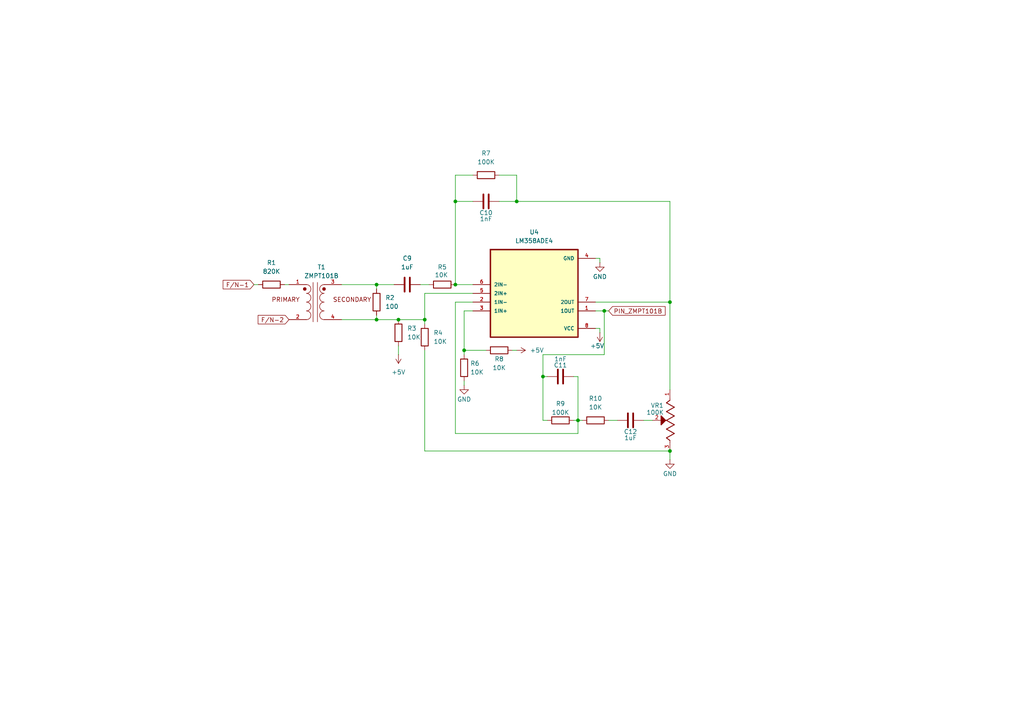
<source format=kicad_sch>
(kicad_sch (version 20231120) (generator "eeschema") (generator_version "8.0")
  (paper "A4")
  (title_block (title "Power Manegement") (date "11/01/2025") (comment 1 "Sensor de Tensão") (comment 2 "Trabalho de UPX - 5") (comment 3 "5° Semestre - Engenharia da Computação") (comment 4 "Feito por Kaique Vecchia Alves e Nathalia Atamanchuk"))
  (lib_symbols
    (symbol "3296W-OT1-103LF:3296W-OT1-103LF" (pin_names (offset 1.016))
      (property "Reference" "VR" (at -5.0871 10.1742 0))
      (property "Value" "3296W-OT1-103LF" (at -5.0926 -5.0926 0))
      (symbol "3296W-OT1-103LF_0_0"
        (polyline (pts (xy -6.35 0) (xy -5.842 0)) (stroke (width 0.1524)))
        (polyline (pts (xy -5.842 0) (xy -5.08 1.016)) (stroke (width 0.254)))
        (polyline (pts (xy -5.08 1.016) (xy -3.81 -1.27)) (stroke (width 0.254)))
        (polyline (pts (xy -3.81 -1.27) (xy -2.54 1.016)) (stroke (width 0.254)))
        (polyline (pts (xy -2.54 1.016) (xy -1.27 -1.27)) (stroke (width 0.254)))
        (polyline (pts (xy -1.27 -1.27) (xy 0 1.016)) (stroke (width 0.254)))
        (polyline (pts (xy -1.27 2.54) (xy 1.27 2.54)) (stroke (width 0.254)))
        (polyline (pts (xy 0 1.016) (xy 1.27 -1.27)) (stroke (width 0.254)))
        (polyline (pts (xy 0 1.27) (xy -1.27 2.54)) (stroke (width 0.254)))
        (polyline (pts (xy 1.27 -1.27) (xy 2.54 1.016)) (stroke (width 0.254)))
        (polyline (pts (xy 1.27 2.54) (xy 0 1.27)) (stroke (width 0.254)))
        (polyline (pts (xy 2.54 1.016) (xy 3.81 -1.27)) (stroke (width 0.254)))
        (polyline (pts (xy 3.81 -1.27) (xy 5.08 1.016)) (stroke (width 0.254)))
        (polyline (pts (xy 5.842 0) (xy 5.08 1.016)) (stroke (width 0.254)))
        (polyline (pts (xy 5.842 0) (xy 6.35 0)) (stroke (width 0.1524)))
        (polyline (pts (xy -1.27 2.54) (xy 1.27 2.54) (xy 0 1.27) (xy -1.27 2.54)) (stroke (width 0.254)) (fill (type outline)))
        (pin passive line (at -8.89 0 0) (length 2.54) (name "~") (number "1"))
        (pin passive line (at 0 5.08 270) (length 2.54) (name "~") (number "2"))
        (pin passive line (at 8.89 0 180) (length 2.54) (name "~") (number "3"))
      )
    )
    (symbol "Device:C" (pin_numbers hide) (pin_names (offset 0.254))
      (property "Reference" "C" (at 0.635 2.54 0))
      (property "Value" "C" (at 0.635 -2.54 0))
      (symbol "C_0_1"
        (polyline (pts (xy -2.032 -0.762) (xy 2.032 -0.762)) (stroke (width 0.508)))
        (polyline (pts (xy -2.032 0.762) (xy 2.032 0.762)) (stroke (width 0.508)))
      )
      (symbol "C_1_1"
        (pin passive line (at 0 3.81 270) (length 2.794) (name "~") (number "1"))
        (pin passive line (at 0 -3.81 90) (length 2.794) (name "~") (number "2"))
      )
    )
    (symbol "Device:R" (pin_numbers hide) (pin_names (offset 0))
      (property "Reference" "R" (at 2.032 0 90))
      (property "Value" "R" (at 0 0 90))
      (symbol "R_0_1"
        (rectangle (start -1.016 -2.54) (end 1.016 2.54) (stroke (width 0.254)))
      )
      (symbol "R_1_1"
        (pin passive line (at 0 3.81 270) (length 1.27) (name "~") (number "1"))
        (pin passive line (at 0 -3.81 90) (length 1.27) (name "~") (number "2"))
      )
    )
    (symbol "LM358ADE4:LM358ADE4" (pin_names (offset 1.016))
      (property "Reference" "U" (at -12.7 13.7 0))
      (property "Value" "LM358ADE4" (at -12.7 -16.7 0))
      (symbol "LM358ADE4_0_0"
        (rectangle (start -12.7 -12.7) (end 12.7 12.7) (stroke (width 0.41)) (fill (type background)))
        (pin output line (at 17.78 5.08 180) (length 5.08) (name "1OUT") (number "1"))
        (pin input line (at -17.78 2.54 0) (length 5.08) (name "1IN-") (number "2"))
        (pin input line (at -17.78 5.08 0) (length 5.08) (name "1IN+") (number "3"))
        (pin power_in line (at 17.78 -10.16 180) (length 5.08) (name "GND") (number "4"))
        (pin input line (at -17.78 0 0) (length 5.08) (name "2IN+") (number "5"))
        (pin input line (at -17.78 -2.54 0) (length 5.08) (name "2IN-") (number "6"))
        (pin output line (at 17.78 2.54 180) (length 5.08) (name "2OUT") (number "7"))
        (pin power_in line (at 17.78 10.16 180) (length 5.08) (name "VCC") (number "8"))
      )
    )
    (symbol "ZMPT101B:ZMPT101B" (pin_names (offset 1.016))
      (property "Reference" "T" (at -5.0839 7.6279 0))
      (property "Value" "ZMPT101B" (at -5.0814 -7.6227 0))
      (symbol "ZMPT101B_0_0"
        (circle (center -3.048 3.81) (radius 0.254) (stroke (width 0.508)))
        (arc (start -2.54 -5.08) (mid -1.2755 -3.81) (end -2.54 -2.54) (stroke (width 0.1524)))
        (arc (start -2.54 -2.54) (mid -1.2755 -1.27) (end -2.54 0) (stroke (width 0.1524)))
        (arc (start -2.54 0) (mid -1.2755 1.27) (end -2.54 2.54) (stroke (width 0.1524)))
        (arc (start -2.54 2.54) (mid -1.2755 3.81) (end -2.54 5.08) (stroke (width 0.1524)))
        (polyline (pts (xy -0.635 5.715) (xy -0.635 -5.715)) (stroke (width 0.1524)))
        (polyline (pts (xy 0.635 5.715) (xy 0.635 -5.715)) (stroke (width 0.1524)))
        (arc (start 2.54 -2.54) (mid 1.2755 -3.81) (end 2.54 -5.08) (stroke (width 0.1524)))
        (arc (start 2.54 0) (mid 1.2755 -1.27) (end 2.54 -2.54) (stroke (width 0.1524)))
        (arc (start 2.54 2.54) (mid 1.2755 1.27) (end 2.54 0) (stroke (width 0.1524)))
        (circle (center 2.54 3.81) (radius 0.254) (stroke (width 0.508)))
        (arc (start 2.54 5.08) (mid 1.2755 3.81) (end 2.54 2.54) (stroke (width 0.1524)))
        (text "PRIMARY" (at -12.7 0 0) (effects (font (size 1.27 1.27)) (justify left bottom)))
        (text "SECONDARY" (at 5.08 0 0) (effects (font (size 1.27 1.27)) (justify left bottom)))
        (pin passive line (at -7.62 5.08 0) (length 5.08) (name "~") (number "1"))
        (pin passive line (at -7.62 -5.08 0) (length 5.08) (name "~") (number "2"))
        (pin passive line (at 7.62 5.08 180) (length 5.08) (name "~") (number "3"))
        (pin passive line (at 7.62 -5.08 180) (length 5.08) (name "~") (number "4"))
      )
    )
    (symbol "power:+5V" (power) (pin_numbers hide) (pin_names (offset 0) hide)
      (property "Value" "+5V" (at 0 3.556 0))
      (symbol "+5V_0_1"
        (polyline (pts (xy -0.762 1.27) (xy 0 2.54)))
        (polyline (pts (xy 0 0) (xy 0 2.54)))
        (polyline (pts (xy 0 2.54) (xy 0.762 1.27)))
      )
      (symbol "+5V_1_1"
        (pin power_in line (at 0 0 90) (length 0) (name "~") (number "1"))
      )
    )
    (symbol "power:GND" (power) (pin_numbers hide) (pin_names (offset 0) hide)
      (property "Value" "GND" (at 0 -3.81 0))
      (symbol "GND_0_1"
        (polyline (pts (xy 0 0) (xy 0 -1.27) (xy 1.27 -1.27) (xy 0 -2.54) (xy -1.27 -1.27) (xy 0 -1.27)))
      )
      (symbol "GND_1_1"
        (pin power_in line (at 0 0 270) (length 0) (name "~") (number "1"))
      )
    )
  )
  (junction (at 157.48 109.22))
  (junction (at 115.57 92.71))
  (junction (at 149.86 58.42))
  (junction (at 175.26 90.17))
  (junction (at 194.31 87.63))
  (junction (at 109.22 82.55))
  (junction (at 132.08 58.42))
  (junction (at 109.22 92.71))
  (junction (at 123.19 92.71))
  (junction (at 194.31 130.81))
  (junction (at 167.64 121.92))
  (junction (at 132.08 82.55))
  (junction (at 134.62 101.6))
  (wire (pts (xy 123.19 92.71) (xy 123.19 93.98)))
  (wire (pts (xy 157.48 102.87) (xy 175.26 102.87)))
  (wire (pts (xy 148.59 101.6) (xy 149.86 101.6)))
  (wire (pts (xy 132.08 58.42) (xy 132.08 50.8)))
  (wire (pts (xy 194.31 58.42) (xy 194.31 87.63)))
  (wire (pts (xy 123.19 92.71) (xy 123.19 85.09)))
  (wire (pts (xy 173.99 96.52) (xy 173.99 95.25)))
  (wire (pts (xy 175.26 90.17) (xy 175.26 102.87)))
  (wire (pts (xy 167.64 121.92) (xy 167.64 125.73)))
  (wire (pts (xy 109.22 91.44) (xy 109.22 92.71)))
  (wire (pts (xy 123.19 85.09) (xy 137.16 85.09)))
  (wire (pts (xy 134.62 90.17) (xy 137.16 90.17)))
  (wire (pts (xy 73.66 82.55) (xy 74.93 82.55)))
  (wire (pts (xy 115.57 92.71) (xy 123.19 92.71)))
  (wire (pts (xy 173.99 76.2) (xy 173.99 74.93)))
  (wire (pts (xy 157.48 121.92) (xy 157.48 109.22)))
  (wire (pts (xy 144.78 58.42) (xy 149.86 58.42)))
  (wire (pts (xy 132.08 58.42) (xy 137.16 58.42)))
  (wire (pts (xy 175.26 90.17) (xy 176.53 90.17)))
  (wire (pts (xy 134.62 102.87) (xy 134.62 101.6)))
  (wire (pts (xy 167.64 121.92) (xy 168.91 121.92)))
  (wire (pts (xy 109.22 92.71) (xy 115.57 92.71)))
  (wire (pts (xy 123.19 130.81) (xy 123.19 101.6)))
  (wire (pts (xy 99.06 82.55) (xy 109.22 82.55)))
  (wire (pts (xy 109.22 82.55) (xy 114.3 82.55)))
  (wire (pts (xy 194.31 87.63) (xy 194.31 113.03)))
  (wire (pts (xy 167.64 109.22) (xy 167.64 121.92)))
  (wire (pts (xy 157.48 109.22) (xy 158.75 109.22)))
  (wire (pts (xy 149.86 50.8) (xy 149.86 58.42)))
  (wire (pts (xy 109.22 92.71) (xy 99.06 92.71)))
  (wire (pts (xy 121.92 82.55) (xy 124.46 82.55)))
  (wire (pts (xy 144.78 50.8) (xy 149.86 50.8)))
  (wire (pts (xy 123.19 130.81) (xy 194.31 130.81)))
  (wire (pts (xy 109.22 82.55) (xy 109.22 83.82)))
  (wire (pts (xy 176.53 121.92) (xy 179.07 121.92)))
  (wire (pts (xy 115.57 100.33) (xy 115.57 102.87)))
  (wire (pts (xy 194.31 130.81) (xy 194.31 133.35)))
  (wire (pts (xy 173.99 74.93) (xy 172.72 74.93)))
  (wire (pts (xy 132.08 50.8) (xy 137.16 50.8)))
  (wire (pts (xy 172.72 90.17) (xy 175.26 90.17)))
  (wire (pts (xy 186.69 121.92) (xy 189.23 121.92)))
  (wire (pts (xy 134.62 110.49) (xy 134.62 111.76)))
  (wire (pts (xy 172.72 87.63) (xy 194.31 87.63)))
  (wire (pts (xy 158.75 121.92) (xy 157.48 121.92)))
  (wire (pts (xy 134.62 101.6) (xy 134.62 90.17)))
  (wire (pts (xy 134.62 101.6) (xy 140.97 101.6)))
  (wire (pts (xy 132.08 87.63) (xy 137.16 87.63)))
  (wire (pts (xy 132.08 82.55) (xy 137.16 82.55)))
  (wire (pts (xy 157.48 109.22) (xy 157.48 102.87)))
  (wire (pts (xy 167.64 125.73) (xy 132.08 125.73)))
  (wire (pts (xy 82.55 82.55) (xy 83.82 82.55)))
  (wire (pts (xy 149.86 58.42) (xy 194.31 58.42)))
  (wire (pts (xy 166.37 121.92) (xy 167.64 121.92)))
  (wire (pts (xy 132.08 58.42) (xy 132.08 82.55)))
  (wire (pts (xy 173.99 95.25) (xy 172.72 95.25)))
  (wire (pts (xy 166.37 109.22) (xy 167.64 109.22)))
  (wire (pts (xy 132.08 125.73) (xy 132.08 87.63)))
  (global_label "F{slash}N-1" (shape input) (at 73.66 82.55 180) (property "Intersheetrefs" "${INTERSHEET_REFS}" (effects (hide yes))))
  (global_label "PIN_ZMPT101B" (shape input) (at 176.53 90.17 0) (property "Intersheetrefs" "${INTERSHEET_REFS}" (effects (hide yes))))
  (global_label "F{slash}N-2" (shape input) (at 83.82 92.71 180) (property "Intersheetrefs" "${INTERSHEET_REFS}" (effects (hide yes))))
  (symbol (lib_id "ZMPT101B:ZMPT101B") (at 91.44 87.63 0) (unit 1)
    (property "Reference" "T1" (at 93.2445 77.47 0))
    (property "Value" "ZMPT101B" (at 93.2445 80.01 0))
    (property "Footprint" "ZMPT101B:XFMR_ZMPT101B" (effects (hide yes)))
    (property "MF" "Qingxian Zeming Langxi Electronic" (effects (hide yes)))
    (property "MAXIMUM_PACKAGE_HEIGHT" "18.8mm" (effects (hide yes)))
    (property "Package" "None" (effects (hide yes)))
    (property "Price" "None" (effects (hide yes)))
    (property "Check_prices" "https://www.snapeda.com/parts/ZMPT101B/Qingxian+Zeming+Langxi+Electronic/view-part/?ref=eda" (effects (hide yes)))
    (property "STANDARD" "Manufacturer Recommendations" (effects (hide yes)))
    (property "PARTREV" "NA" (effects (hide yes)))
    (property "SnapEDA_Link" "https://www.snapeda.com/parts/ZMPT101B/Qingxian+Zeming+Langxi+Electronic/view-part/?ref=snap" (effects (hide yes)))
    (property "MP" "ZMPT101B" (effects (hide yes)))
    (property "Description_1" "\n                        \n                            Current-type Voltage Transformer\n                        \n" (effects (hide yes)))
    (property "Availability" "Not in stock" (effects (hide yes)))
    (property "MANUFACTURER" "Qingxian Zeming Langxi Electronic" (effects (hide yes)))
  )
  (symbol (lib_id "Device:R") (at 140.97 50.8 270) (unit 1)
    (property "Reference" "R7" (at 140.97 44.45 90))
    (property "Value" "100K" (at 140.97 46.99 90))
    (property "Footprint" "Resistor_SMD:R_0805_2012Metric_Pad1.20x1.40mm_HandSolder" (effects (hide yes)))
    (property "Description" "Resistor" (effects (hide yes)))
  )
  (symbol (lib_id "Device:C") (at 118.11 82.55 90) (unit 1)
    (property "Reference" "C9" (at 118.11 74.93 90))
    (property "Value" "1uF" (at 118.11 77.47 90))
    (property "Footprint" "Capacitor_SMD:C_0805_2012Metric_Pad1.18x1.45mm_HandSolder" (effects (hide yes)))
    (property "Description" "Unpolarized capacitor" (effects (hide yes)))
  )
  (symbol (lib_id "power:GND") (at 194.31 133.35 0) (mirror y) (unit 1)
    (property "Reference" "#PWR027" (effects (hide yes)))
    (property "Value" "GND" (at 194.31 137.414 0))
    (property "Description" "Power symbol creates a global label with name \"GND\" , ground" (effects (hide yes)))
  )
  (symbol (lib_id "Device:R") (at 128.27 82.55 270) (unit 1)
    (property "Reference" "R5" (at 128.27 77.47 90))
    (property "Value" "10K" (at 128.016 79.756 90))
    (property "Footprint" "Resistor_SMD:R_0805_2012Metric_Pad1.20x1.40mm_HandSolder" (effects (hide yes)))
    (property "Description" "Resistor" (effects (hide yes)))
  )
  (symbol (lib_id "Device:R") (at 144.78 101.6 270) (unit 1)
    (property "Reference" "R8" (at 144.78 104.14 90))
    (property "Value" "10K" (at 144.78 106.68 90))
    (property "Footprint" "Resistor_SMD:R_0805_2012Metric_Pad1.20x1.40mm_HandSolder" (effects (hide yes)))
    (property "Description" "Resistor" (effects (hide yes)))
  )
  (symbol (lib_id "LM358ADE4:LM358ADE4") (at 154.94 85.09 0) (mirror x) (unit 1)
    (property "Reference" "U4" (at 154.94 67.31 0))
    (property "Value" "LM358ADE4" (at 154.94 69.85 0))
    (property "Footprint" "LM358ADE4:SOIC127P599X175-8N" (effects (hide yes)))
    (property "MF" "Texas Instruments" (effects (hide yes)))
    (property "Description_1" "\n                        \n                            Dual improved offset, standard operational amplifier   8-SOIC 0 to 70\n                        \n" (effects (hide yes)))
    (property "Package" "SOIC-8 Texas Instruments" (effects (hide yes)))
    (property "Price" "None" (effects (hide yes)))
    (property "SnapEDA_Link" "https://www.snapeda.com/parts/LM358ADE4/Texas+Instruments/view-part/?ref=snap" (effects (hide yes)))
    (property "MP" "LM358ADE4" (effects (hide yes)))
    (property "Availability" "In Stock" (effects (hide yes)))
    (property "Check_prices" "https://www.snapeda.com/parts/LM358ADE4/Texas+Instruments/view-part/?ref=eda" (effects (hide yes)))
  )
  (symbol (lib_id "Device:C") (at 140.97 58.42 90) (unit 1)
    (property "Reference" "C10" (at 140.97 61.722 90))
    (property "Value" "1nF" (at 140.97 63.5 90))
    (property "Footprint" "Capacitor_SMD:C_0805_2012Metric_Pad1.18x1.45mm_HandSolder" (effects (hide yes)))
    (property "Description" "Unpolarized capacitor" (effects (hide yes)))
  )
  (symbol (lib_id "Device:C") (at 162.56 109.22 270) (unit 1)
    (property "Reference" "C11" (at 162.56 105.918 90))
    (property "Value" "1nF" (at 162.56 104.14 90))
    (property "Footprint" "Capacitor_SMD:C_0805_2012Metric_Pad1.18x1.45mm_HandSolder" (effects (hide yes)))
    (property "Description" "Unpolarized capacitor" (effects (hide yes)))
  )
  (symbol (lib_id "3296W-OT1-103LF:3296W-OT1-103LF") (at 194.31 121.92 90) (mirror x) (unit 1)
    (property "Reference" "VR1" (at 188.722 117.602 90) (effects (justify right)))
    (property "Value" "100K" (at 187.452 119.634 90) (effects (justify right)))
    (property "Footprint" "3296W-OT1-103LF:TRIM_3296W-OT1-103LF" (effects (hide yes)))
    (property "MF" "Bourns" (effects (hide yes)))
    (property "Description_1" "\n                        \n                            Trimmer Resistors - Through Hole 3/8 SQ CERMET 10K SEALED TRIM POT\n                        \n" (effects (hide yes)))
    (property "Package" "NON STANDARD-3 Bourns" (effects (hide yes)))
    (property "Price" "None" (effects (hide yes)))
    (property "Check_prices" "https://www.snapeda.com/parts/3296W-OT1-103LF/Bourns/view-part/?ref=eda" (effects (hide yes)))
    (property "STANDARD" "Manufacturer Recommendation" (effects (hide yes)))
    (property "PARTREV" "05/16" (effects (hide yes)))
    (property "SnapEDA_Link" "https://www.snapeda.com/parts/3296W-OT1-103LF/Bourns/view-part/?ref=snap" (effects (hide yes)))
    (property "MP" "3296W-OT1-103LF" (effects (hide yes)))
    (property "Availability" "In Stock" (effects (hide yes)))
    (property "MANUFACTURER" "Bourns" (effects (hide yes)))
  )
  (symbol (lib_id "Device:R") (at 115.57 96.52 0) (unit 1)
    (property "Reference" "R3" (at 118.11 95.2499 0) (effects (justify left)))
    (property "Value" "10K" (at 118.11 97.7899 0) (effects (justify left)))
    (property "Footprint" "Resistor_SMD:R_0805_2012Metric_Pad1.20x1.40mm_HandSolder" (effects (hide yes)))
    (property "Description" "Resistor" (effects (hide yes)))
  )
  (symbol (lib_id "Device:R") (at 78.74 82.55 90) (unit 1)
    (property "Reference" "R1" (at 78.74 76.2 90))
    (property "Value" "820K" (at 78.74 78.74 90))
    (property "Footprint" "Resistor_SMD:R_0805_2012Metric_Pad1.20x1.40mm_HandSolder" (effects (hide yes)))
    (property "Description" "Resistor" (effects (hide yes)))
  )
  (symbol (lib_id "power:+5V") (at 173.99 96.52 180) (unit 1)
    (property "Reference" "#PWR026" (effects (hide yes)))
    (property "Value" "+5V" (at 175.26 100.33 0) (effects (justify left)))
    (property "Description" "Power symbol creates a global label with name \"+5V\"" (effects (hide yes)))
  )
  (symbol (lib_id "power:+5V") (at 115.57 102.87 180) (unit 1)
    (property "Reference" "#PWR03" (effects (hide yes)))
    (property "Value" "+5V" (at 115.57 107.95 0))
    (property "Description" "Power symbol creates a global label with name \"+5V\"" (effects (hide yes)))
  )
  (symbol (lib_id "Device:R") (at 109.22 87.63 180) (unit 1)
    (property "Reference" "R2" (at 111.76 86.3599 0) (effects (justify right)))
    (property "Value" "100" (at 111.76 88.8999 0) (effects (justify right)))
    (property "Footprint" "Resistor_SMD:R_0805_2012Metric_Pad1.20x1.40mm_HandSolder" (effects (hide yes)))
    (property "Description" "Resistor" (effects (hide yes)))
  )
  (symbol (lib_id "Device:C") (at 182.88 121.92 90) (unit 1)
    (property "Reference" "C12" (at 182.88 125.222 90))
    (property "Value" "1uF" (at 182.88 127 90))
    (property "Footprint" "Capacitor_SMD:C_0805_2012Metric_Pad1.18x1.45mm_HandSolder" (effects (hide yes)))
    (property "Description" "Unpolarized capacitor" (effects (hide yes)))
  )
  (symbol (lib_id "power:GND") (at 173.99 76.2 0) (unit 1)
    (property "Reference" "#PWR021" (effects (hide yes)))
    (property "Value" "GND" (at 173.99 80.264 0))
    (property "Description" "Power symbol creates a global label with name \"GND\" , ground" (effects (hide yes)))
  )
  (symbol (lib_id "Device:R") (at 123.19 97.79 0) (unit 1)
    (property "Reference" "R4" (at 125.73 96.5199 0) (effects (justify left)))
    (property "Value" "10K" (at 125.73 99.0599 0) (effects (justify left)))
    (property "Footprint" "Resistor_SMD:R_0805_2012Metric_Pad1.20x1.40mm_HandSolder" (effects (hide yes)))
    (property "Description" "Resistor" (effects (hide yes)))
  )
  (symbol (lib_id "Device:R") (at 134.62 106.68 180) (unit 1)
    (property "Reference" "R6" (at 136.398 105.41 0) (effects (justify right)))
    (property "Value" "10K" (at 136.398 107.95 0) (effects (justify right)))
    (property "Footprint" "Resistor_SMD:R_0805_2012Metric_Pad1.20x1.40mm_HandSolder" (effects (hide yes)))
    (property "Description" "Resistor" (effects (hide yes)))
  )
  (symbol (lib_id "power:GND") (at 134.62 111.76 0) (unit 1)
    (property "Reference" "#PWR013" (effects (hide yes)))
    (property "Value" "GND" (at 134.62 115.824 0))
    (property "Description" "Power symbol creates a global label with name \"GND\" , ground" (effects (hide yes)))
  )
  (symbol (lib_id "Device:R") (at 162.56 121.92 90) (unit 1)
    (property "Reference" "R9" (at 162.56 117.094 90))
    (property "Value" "100K" (at 162.56 119.634 90))
    (property "Footprint" "Resistor_SMD:R_0805_2012Metric_Pad1.20x1.40mm_HandSolder" (effects (hide yes)))
    (property "Description" "Resistor" (effects (hide yes)))
  )
  (symbol (lib_id "power:+5V") (at 149.86 101.6 270) (unit 1)
    (property "Reference" "#PWR020" (effects (hide yes)))
    (property "Value" "+5V" (at 153.67 101.5999 90) (effects (justify left)))
    (property "Description" "Power symbol creates a global label with name \"+5V\"" (effects (hide yes)))
  )
  (symbol (lib_id "Device:R") (at 172.72 121.92 90) (unit 1)
    (property "Reference" "R10" (at 172.72 115.57 90))
    (property "Value" "10K" (at 172.72 118.11 90))
    (property "Footprint" "Resistor_SMD:R_0805_2012Metric_Pad1.20x1.40mm_HandSolder" (effects (hide yes)))
    (property "Description" "Resistor" (effects (hide yes)))
  )
)
</source>
